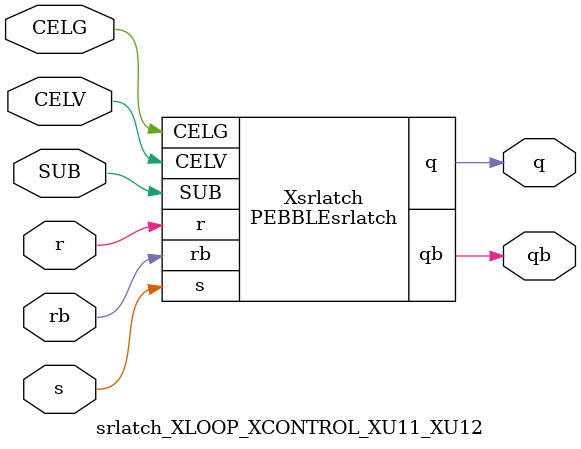
<source format=v>



module PEBBLEsrlatch ( q, qb, CELG, CELV, SUB, r, rb, s );

  input CELV;
  input s;
  output q;
  input rb;
  input r;
  input SUB;
  input CELG;
  output qb;
endmodule

//Celera Confidential Do Not Copy srlatch_XLOOP_XCONTROL_XU11_XU12
//Celera Confidential Symbol Generator
//SR Latch
module srlatch_XLOOP_XCONTROL_XU11_XU12 (CELV,CELG,s,r,rb,q,qb,SUB);
input CELV;
input CELG;
input s;
input r;
input rb;
input SUB;
output q;
output qb;

//Celera Confidential Do Not Copy srlatch
PEBBLEsrlatch Xsrlatch(
.CELV (CELV),
.r (r),
.s (s),
.q (q),
.qb (qb),
.rb (rb),
.SUB (SUB),
.CELG (CELG)
);
//,diesize,PEBBLEsrlatch

//Celera Confidential Do Not Copy Module End
//Celera Schematic Generator
endmodule

</source>
